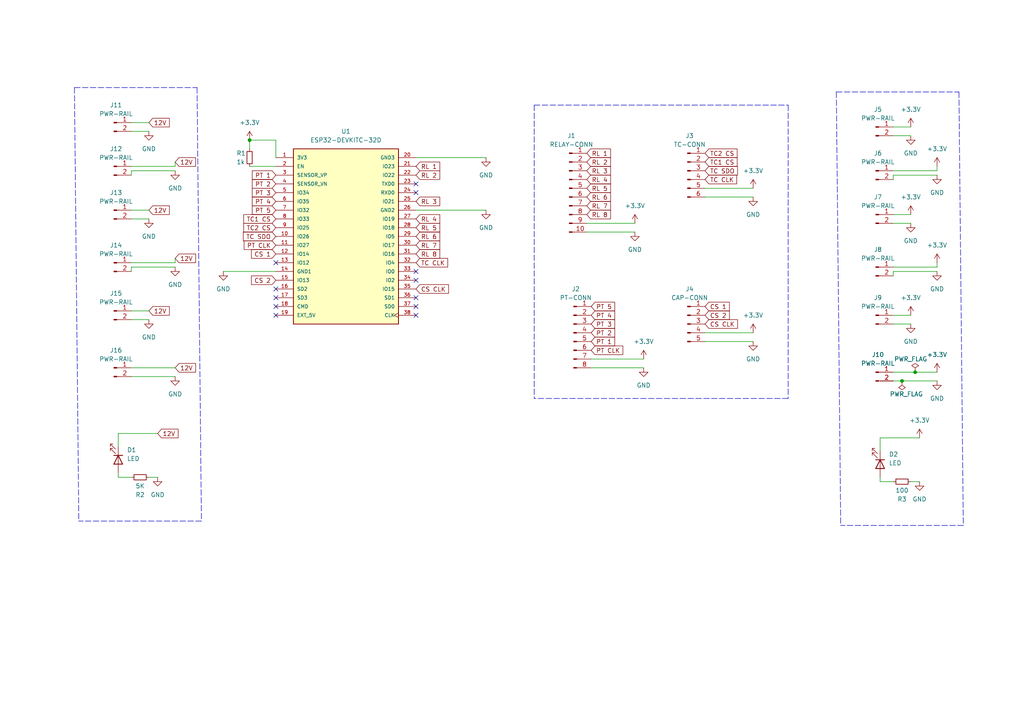
<source format=kicad_sch>
(kicad_sch (version 20211123) (generator eeschema)
  (paper "A4")
  (lib_symbols
    (symbol "Connector:Conn_01x02_Male" (pin_names (offset 1.016) hide)
      (property "Reference" "J" (at 0 2.54 0))
      (property "Value" "Conn_01x02_Male" (at 0 -5.08 0))
      (symbol "Conn_01x02_Male_1_1"
        (polyline (pts (xy 1.27 -2.54) (xy 0.8636 -2.54)) (stroke (width 0.1524)))
        (polyline (pts (xy 1.27 0) (xy 0.8636 0)) (stroke (width 0.1524)))
        (rectangle (start 0.8636 -2.413) (end 0 -2.667) (stroke (width 0.1524)) (fill (type outline)))
        (rectangle (start 0.8636 0.127) (end 0 -0.127) (stroke (width 0.1524)) (fill (type outline)))
        (pin passive line (at 5.08 0 180) (length 3.81) (name "Pin_1") (number "1"))
        (pin passive line (at 5.08 -2.54 180) (length 3.81) (name "Pin_2") (number "2"))
      )
    )
    (symbol "Connector:Conn_01x05_Male" (pin_names (offset 1.016) hide)
      (property "Reference" "J" (at 0 7.62 0))
      (property "Value" "Conn_01x05_Male" (at 0 -7.62 0))
      (symbol "Conn_01x05_Male_1_1"
        (polyline (pts (xy 1.27 -5.08) (xy 0.8636 -5.08)) (stroke (width 0.1524)))
        (polyline (pts (xy 1.27 -2.54) (xy 0.8636 -2.54)) (stroke (width 0.1524)))
        (polyline (pts (xy 1.27 0) (xy 0.8636 0)) (stroke (width 0.1524)))
        (polyline (pts (xy 1.27 2.54) (xy 0.8636 2.54)) (stroke (width 0.1524)))
        (polyline (pts (xy 1.27 5.08) (xy 0.8636 5.08)) (stroke (width 0.1524)))
        (rectangle (start 0.8636 -4.953) (end 0 -5.207) (stroke (width 0.1524)) (fill (type outline)))
        (rectangle (start 0.8636 -2.413) (end 0 -2.667) (stroke (width 0.1524)) (fill (type outline)))
        (rectangle (start 0.8636 0.127) (end 0 -0.127) (stroke (width 0.1524)) (fill (type outline)))
        (rectangle (start 0.8636 2.667) (end 0 2.413) (stroke (width 0.1524)) (fill (type outline)))
        (rectangle (start 0.8636 5.207) (end 0 4.953) (stroke (width 0.1524)) (fill (type outline)))
        (pin passive line (at 5.08 5.08 180) (length 3.81) (name "Pin_1") (number "1"))
        (pin passive line (at 5.08 2.54 180) (length 3.81) (name "Pin_2") (number "2"))
        (pin passive line (at 5.08 0 180) (length 3.81) (name "Pin_3") (number "3"))
        (pin passive line (at 5.08 -2.54 180) (length 3.81) (name "Pin_4") (number "4"))
        (pin passive line (at 5.08 -5.08 180) (length 3.81) (name "Pin_5") (number "5"))
      )
    )
    (symbol "Connector:Conn_01x06_Male" (pin_names (offset 1.016) hide)
      (property "Reference" "J" (at 0 7.62 0))
      (property "Value" "Conn_01x06_Male" (at 0 -10.16 0))
      (symbol "Conn_01x06_Male_1_1"
        (polyline (pts (xy 1.27 -7.62) (xy 0.8636 -7.62)) (stroke (width 0.1524)))
        (polyline (pts (xy 1.27 -5.08) (xy 0.8636 -5.08)) (stroke (width 0.1524)))
        (polyline (pts (xy 1.27 -2.54) (xy 0.8636 -2.54)) (stroke (width 0.1524)))
        (polyline (pts (xy 1.27 0) (xy 0.8636 0)) (stroke (width 0.1524)))
        (polyline (pts (xy 1.27 2.54) (xy 0.8636 2.54)) (stroke (width 0.1524)))
        (polyline (pts (xy 1.27 5.08) (xy 0.8636 5.08)) (stroke (width 0.1524)))
        (rectangle (start 0.8636 -7.493) (end 0 -7.747) (stroke (width 0.1524)) (fill (type outline)))
        (rectangle (start 0.8636 -4.953) (end 0 -5.207) (stroke (width 0.1524)) (fill (type outline)))
        (rectangle (start 0.8636 -2.413) (end 0 -2.667) (stroke (width 0.1524)) (fill (type outline)))
        (rectangle (start 0.8636 0.127) (end 0 -0.127) (stroke (width 0.1524)) (fill (type outline)))
        (rectangle (start 0.8636 2.667) (end 0 2.413) (stroke (width 0.1524)) (fill (type outline)))
        (rectangle (start 0.8636 5.207) (end 0 4.953) (stroke (width 0.1524)) (fill (type outline)))
        (pin passive line (at 5.08 5.08 180) (length 3.81) (name "Pin_1") (number "1"))
        (pin passive line (at 5.08 2.54 180) (length 3.81) (name "Pin_2") (number "2"))
        (pin passive line (at 5.08 0 180) (length 3.81) (name "Pin_3") (number "3"))
        (pin passive line (at 5.08 -2.54 180) (length 3.81) (name "Pin_4") (number "4"))
        (pin passive line (at 5.08 -5.08 180) (length 3.81) (name "Pin_5") (number "5"))
        (pin passive line (at 5.08 -7.62 180) (length 3.81) (name "Pin_6") (number "6"))
      )
    )
    (symbol "Connector:Conn_01x08_Male" (pin_names (offset 1.016) hide)
      (property "Reference" "J" (at 0 10.16 0))
      (property "Value" "Conn_01x08_Male" (at 0 -12.7 0))
      (symbol "Conn_01x08_Male_1_1"
        (polyline (pts (xy 1.27 -10.16) (xy 0.8636 -10.16)) (stroke (width 0.1524)))
        (polyline (pts (xy 1.27 -7.62) (xy 0.8636 -7.62)) (stroke (width 0.1524)))
        (polyline (pts (xy 1.27 -5.08) (xy 0.8636 -5.08)) (stroke (width 0.1524)))
        (polyline (pts (xy 1.27 -2.54) (xy 0.8636 -2.54)) (stroke (width 0.1524)))
        (polyline (pts (xy 1.27 0) (xy 0.8636 0)) (stroke (width 0.1524)))
        (polyline (pts (xy 1.27 2.54) (xy 0.8636 2.54)) (stroke (width 0.1524)))
        (polyline (pts (xy 1.27 5.08) (xy 0.8636 5.08)) (stroke (width 0.1524)))
        (polyline (pts (xy 1.27 7.62) (xy 0.8636 7.62)) (stroke (width 0.1524)))
        (rectangle (start 0.8636 -10.033) (end 0 -10.287) (stroke (width 0.1524)) (fill (type outline)))
        (rectangle (start 0.8636 -7.493) (end 0 -7.747) (stroke (width 0.1524)) (fill (type outline)))
        (rectangle (start 0.8636 -4.953) (end 0 -5.207) (stroke (width 0.1524)) (fill (type outline)))
        (rectangle (start 0.8636 -2.413) (end 0 -2.667) (stroke (width 0.1524)) (fill (type outline)))
        (rectangle (start 0.8636 0.127) (end 0 -0.127) (stroke (width 0.1524)) (fill (type outline)))
        (rectangle (start 0.8636 2.667) (end 0 2.413) (stroke (width 0.1524)) (fill (type outline)))
        (rectangle (start 0.8636 5.207) (end 0 4.953) (stroke (width 0.1524)) (fill (type outline)))
        (rectangle (start 0.8636 7.747) (end 0 7.493) (stroke (width 0.1524)) (fill (type outline)))
        (pin passive line (at 5.08 7.62 180) (length 3.81) (name "Pin_1") (number "1"))
        (pin passive line (at 5.08 5.08 180) (length 3.81) (name "Pin_2") (number "2"))
        (pin passive line (at 5.08 2.54 180) (length 3.81) (name "Pin_3") (number "3"))
        (pin passive line (at 5.08 0 180) (length 3.81) (name "Pin_4") (number "4"))
        (pin passive line (at 5.08 -2.54 180) (length 3.81) (name "Pin_5") (number "5"))
        (pin passive line (at 5.08 -5.08 180) (length 3.81) (name "Pin_6") (number "6"))
        (pin passive line (at 5.08 -7.62 180) (length 3.81) (name "Pin_7") (number "7"))
        (pin passive line (at 5.08 -10.16 180) (length 3.81) (name "Pin_8") (number "8"))
      )
    )
    (symbol "Connector:Conn_01x10_Male" (pin_names (offset 1.016) hide)
      (property "Reference" "J" (at 0 12.7 0))
      (property "Value" "Conn_01x10_Male" (at 0 -15.24 0))
      (symbol "Conn_01x10_Male_1_1"
        (polyline (pts (xy 1.27 -12.7) (xy 0.8636 -12.7)) (stroke (width 0.1524)))
        (polyline (pts (xy 1.27 -10.16) (xy 0.8636 -10.16)) (stroke (width 0.1524)))
        (polyline (pts (xy 1.27 -7.62) (xy 0.8636 -7.62)) (stroke (width 0.1524)))
        (polyline (pts (xy 1.27 -5.08) (xy 0.8636 -5.08)) (stroke (width 0.1524)))
        (polyline (pts (xy 1.27 -2.54) (xy 0.8636 -2.54)) (stroke (width 0.1524)))
        (polyline (pts (xy 1.27 0) (xy 0.8636 0)) (stroke (width 0.1524)))
        (polyline (pts (xy 1.27 2.54) (xy 0.8636 2.54)) (stroke (width 0.1524)))
        (polyline (pts (xy 1.27 5.08) (xy 0.8636 5.08)) (stroke (width 0.1524)))
        (polyline (pts (xy 1.27 7.62) (xy 0.8636 7.62)) (stroke (width 0.1524)))
        (polyline (pts (xy 1.27 10.16) (xy 0.8636 10.16)) (stroke (width 0.1524)))
        (rectangle (start 0.8636 -12.573) (end 0 -12.827) (stroke (width 0.1524)) (fill (type outline)))
        (rectangle (start 0.8636 -10.033) (end 0 -10.287) (stroke (width 0.1524)) (fill (type outline)))
        (rectangle (start 0.8636 -7.493) (end 0 -7.747) (stroke (width 0.1524)) (fill (type outline)))
        (rectangle (start 0.8636 -4.953) (end 0 -5.207) (stroke (width 0.1524)) (fill (type outline)))
        (rectangle (start 0.8636 -2.413) (end 0 -2.667) (stroke (width 0.1524)) (fill (type outline)))
        (rectangle (start 0.8636 0.127) (end 0 -0.127) (stroke (width 0.1524)) (fill (type outline)))
        (rectangle (start 0.8636 2.667) (end 0 2.413) (stroke (width 0.1524)) (fill (type outline)))
        (rectangle (start 0.8636 5.207) (end 0 4.953) (stroke (width 0.1524)) (fill (type outline)))
        (rectangle (start 0.8636 7.747) (end 0 7.493) (stroke (width 0.1524)) (fill (type outline)))
        (rectangle (start 0.8636 10.287) (end 0 10.033) (stroke (width 0.1524)) (fill (type outline)))
        (pin passive line (at 5.08 10.16 180) (length 3.81) (name "Pin_1") (number "1"))
        (pin passive line (at 5.08 -12.7 180) (length 3.81) (name "Pin_10") (number "10"))
        (pin passive line (at 5.08 7.62 180) (length 3.81) (name "Pin_2") (number "2"))
        (pin passive line (at 5.08 5.08 180) (length 3.81) (name "Pin_3") (number "3"))
        (pin passive line (at 5.08 2.54 180) (length 3.81) (name "Pin_4") (number "4"))
        (pin passive line (at 5.08 0 180) (length 3.81) (name "Pin_5") (number "5"))
        (pin passive line (at 5.08 -2.54 180) (length 3.81) (name "Pin_6") (number "6"))
        (pin passive line (at 5.08 -5.08 180) (length 3.81) (name "Pin_7") (number "7"))
        (pin passive line (at 5.08 -7.62 180) (length 3.81) (name "Pin_8") (number "8"))
        (pin passive line (at 5.08 -10.16 180) (length 3.81) (name "Pin_9") (number "9"))
      )
    )
    (symbol "Device:LED" (pin_numbers hide) (pin_names (offset 1.016) hide)
      (property "Reference" "D" (at 0 2.54 0))
      (property "Value" "LED" (at 0 -2.54 0))
      (symbol "LED_0_1"
        (polyline (pts (xy -1.27 -1.27) (xy -1.27 1.27)) (stroke (width 0.254)))
        (polyline (pts (xy -1.27 0) (xy 1.27 0)))
        (polyline (pts (xy 1.27 -1.27) (xy 1.27 1.27) (xy -1.27 0) (xy 1.27 -1.27)) (stroke (width 0.254)))
        (polyline (pts (xy -3.048 -0.762) (xy -4.572 -2.286) (xy -3.81 -2.286) (xy -4.572 -2.286) (xy -4.572 -1.524)))
        (polyline (pts (xy -1.778 -0.762) (xy -3.302 -2.286) (xy -2.54 -2.286) (xy -3.302 -2.286) (xy -3.302 -1.524)))
      )
      (symbol "LED_1_1"
        (pin passive line (at -3.81 0 0) (length 2.54) (name "K") (number "1"))
        (pin passive line (at 3.81 0 180) (length 2.54) (name "A") (number "2"))
      )
    )
    (symbol "Device:R_Small" (pin_numbers hide) (pin_names (offset 0.254) hide)
      (property "Reference" "R" (at 0.762 0.508 0))
      (property "Value" "R_Small" (at 0.762 -1.016 0))
      (symbol "R_Small_0_1"
        (rectangle (start -0.762 1.778) (end 0.762 -1.778) (stroke (width 0.2032)))
      )
      (symbol "R_Small_1_1"
        (pin passive line (at 0 2.54 270) (length 0.762) (name "~") (number "1"))
        (pin passive line (at 0 -2.54 90) (length 0.762) (name "~") (number "2"))
      )
    )
    (symbol "esp32-ellie:ESP32-DEVKITC-32D" (pin_names (offset 1.016))
      (property "Reference" "U" (at -15.2654 26.0604 0))
      (property "Value" "ESP32-DEVKITC-32D" (at -15.2654 -27.9654 0))
      (symbol "ESP32-DEVKITC-32D_0_0"
        (rectangle (start -15.24 -25.4) (end 15.24 25.4) (stroke (width 0.254)) (fill (type background)))
        (pin power_in line (at -20.32 22.86 0) (length 5.08) (name "3V3") (number "1"))
        (pin bidirectional line (at -20.32 0 0) (length 5.08) (name "IO26") (number "10"))
        (pin bidirectional line (at -20.32 -2.54 0) (length 5.08) (name "IO27") (number "11"))
        (pin bidirectional line (at -20.32 -5.08 0) (length 5.08) (name "IO14") (number "12"))
        (pin bidirectional line (at -20.32 -7.62 0) (length 5.08) (name "IO12") (number "13"))
        (pin power_in line (at -20.32 -10.16 0) (length 5.08) (name "GND1") (number "14"))
        (pin bidirectional line (at -20.32 -12.7 0) (length 5.08) (name "IO13") (number "15"))
        (pin bidirectional line (at -20.32 -15.24 0) (length 5.08) (name "SD2") (number "16"))
        (pin bidirectional line (at -20.32 -17.78 0) (length 5.08) (name "SD3") (number "17"))
        (pin bidirectional line (at -20.32 -20.32 0) (length 5.08) (name "CMD") (number "18"))
        (pin power_in line (at -20.32 -22.86 0) (length 5.08) (name "EXT_5V") (number "19"))
        (pin input line (at -20.32 20.32 0) (length 5.08) (name "EN") (number "2"))
        (pin power_in line (at 20.32 22.86 180) (length 5.08) (name "GND3") (number "20"))
        (pin bidirectional line (at 20.32 20.32 180) (length 5.08) (name "IO23") (number "21"))
        (pin bidirectional line (at 20.32 17.78 180) (length 5.08) (name "IO22") (number "22"))
        (pin output line (at 20.32 15.24 180) (length 5.08) (name "TXD0") (number "23"))
        (pin input line (at 20.32 12.7 180) (length 5.08) (name "RXD0") (number "24"))
        (pin bidirectional line (at 20.32 10.16 180) (length 5.08) (name "IO21") (number "25"))
        (pin power_in line (at 20.32 7.62 180) (length 5.08) (name "GND2") (number "26"))
        (pin bidirectional line (at 20.32 5.08 180) (length 5.08) (name "IO19") (number "27"))
        (pin bidirectional line (at 20.32 2.54 180) (length 5.08) (name "IO18") (number "28"))
        (pin bidirectional line (at 20.32 0 180) (length 5.08) (name "IO5") (number "29"))
        (pin input line (at -20.32 17.78 0) (length 5.08) (name "SENSOR_VP") (number "3"))
        (pin bidirectional line (at 20.32 -2.54 180) (length 5.08) (name "IO17") (number "30"))
        (pin bidirectional line (at 20.32 -5.08 180) (length 5.08) (name "IO16") (number "31"))
        (pin bidirectional line (at 20.32 -7.62 180) (length 5.08) (name "IO4") (number "32"))
        (pin bidirectional line (at 20.32 -10.16 180) (length 5.08) (name "IO0") (number "33"))
        (pin bidirectional line (at 20.32 -12.7 180) (length 5.08) (name "IO2") (number "34"))
        (pin bidirectional line (at 20.32 -15.24 180) (length 5.08) (name "IO15") (number "35"))
        (pin bidirectional line (at 20.32 -17.78 180) (length 5.08) (name "SD1") (number "36"))
        (pin bidirectional line (at 20.32 -20.32 180) (length 5.08) (name "SD0") (number "37"))
        (pin input clock (at 20.32 -22.86 180) (length 5.08) (name "CLK") (number "38"))
        (pin input line (at -20.32 15.24 0) (length 5.08) (name "SENSOR_VN") (number "4"))
        (pin bidirectional line (at -20.32 12.7 0) (length 5.08) (name "IO34") (number "5"))
        (pin bidirectional line (at -20.32 10.16 0) (length 5.08) (name "IO35") (number "6"))
        (pin bidirectional line (at -20.32 7.62 0) (length 5.08) (name "IO32") (number "7"))
        (pin bidirectional line (at -20.32 5.08 0) (length 5.08) (name "IO33") (number "8"))
        (pin bidirectional line (at -20.32 2.54 0) (length 5.08) (name "IO25") (number "9"))
      )
    )
    (symbol "power:+3.3V" (power) (pin_names (offset 0))
      (property "Value" "+3.3V" (at 0 3.556 0))
      (symbol "+3.3V_0_1"
        (polyline (pts (xy -0.762 1.27) (xy 0 2.54)))
        (polyline (pts (xy 0 0) (xy 0 2.54)))
        (polyline (pts (xy 0 2.54) (xy 0.762 1.27)))
      )
      (symbol "+3.3V_1_1"
        (pin power_in line (at 0 0 90) (length 0) hide (name "+3.3V") (number "1"))
      )
    )
    (symbol "power:GND" (power) (pin_names (offset 0))
      (property "Value" "GND" (at 0 -3.81 0))
      (symbol "GND_0_1"
        (polyline (pts (xy 0 0) (xy 0 -1.27) (xy 1.27 -1.27) (xy 0 -2.54) (xy -1.27 -1.27) (xy 0 -1.27)))
      )
      (symbol "GND_1_1"
        (pin power_in line (at 0 0 270) (length 0) hide (name "GND") (number "1"))
      )
    )
    (symbol "power:PWR_FLAG" (power) (pin_numbers hide) (pin_names (offset 0) hide)
      (property "Value" "PWR_FLAG" (at 0 3.81 0))
      (symbol "PWR_FLAG_0_0"
        (pin power_out line (at 0 0 90) (length 0) (name "pwr") (number "1"))
      )
      (symbol "PWR_FLAG_0_1"
        (polyline (pts (xy 0 0) (xy 0 1.27) (xy -1.016 1.905) (xy 0 2.54) (xy 1.016 1.905) (xy 0 1.27)))
      )
    )
  )
  (junction (at 265.43 107.95))
  (junction (at 72.39 40.64))
  (junction (at 261.62 110.49))
  (no_connect (at 120.65 88.9))
  (no_connect (at 120.65 91.44))
  (no_connect (at 120.65 86.36))
  (no_connect (at 80.01 88.9))
  (no_connect (at 80.01 86.36))
  (no_connect (at 80.01 83.82))
  (no_connect (at 80.01 76.2))
  (no_connect (at 80.01 91.44))
  (no_connect (at 120.65 55.88))
  (no_connect (at 120.65 53.34))
  (no_connect (at 120.65 78.74))
  (no_connect (at 120.65 81.28))
  (wire (pts (xy 80.01 40.64) (xy 72.39 40.64)))
  (wire (pts (xy 171.45 106.68) (xy 186.69 106.68)))
  (wire (pts (xy 38.1 106.68) (xy 50.8 106.68)))
  (polyline (pts (xy 21.59 25.4) (xy 57.15 25.4)))
  (wire (pts (xy 80.01 45.72) (xy 80.01 40.64)))
  (wire (pts (xy 259.08 77.47) (xy 271.78 77.47)))
  (wire (pts (xy 271.78 78.74) (xy 259.08 78.74)))
  (wire (pts (xy 204.47 54.61) (xy 218.44 54.61)))
  (wire (pts (xy 255.27 127) (xy 266.7 127)))
  (wire (pts (xy 170.18 67.31) (xy 184.15 67.31)))
  (wire (pts (xy 50.8 77.47) (xy 38.1 77.47)))
  (wire (pts (xy 271.78 77.47) (xy 271.78 76.2)))
  (wire (pts (xy 38.1 92.71) (xy 43.18 92.71)))
  (wire (pts (xy 259.08 64.77) (xy 264.16 64.77)))
  (polyline (pts (xy 228.6 30.48) (xy 228.6 115.57)))
  (wire (pts (xy 38.1 60.96) (xy 43.18 60.96)))
  (polyline (pts (xy 242.57 26.67) (xy 278.13 26.67)))
  (wire (pts (xy 50.8 48.26) (xy 50.8 46.99)))
  (wire (pts (xy 271.78 49.53) (xy 271.78 48.26)))
  (wire (pts (xy 120.65 45.72) (xy 140.97 45.72)))
  (wire (pts (xy 259.08 110.49) (xy 261.62 110.49)))
  (wire (pts (xy 38.1 109.22) (xy 50.8 109.22)))
  (polyline (pts (xy 279.4 152.4) (xy 243.84 152.4)))
  (wire (pts (xy 34.29 125.73) (xy 45.72 125.73)))
  (wire (pts (xy 259.08 50.8) (xy 259.08 52.07)))
  (wire (pts (xy 170.18 64.77) (xy 184.15 64.77)))
  (wire (pts (xy 38.1 90.17) (xy 43.18 90.17)))
  (wire (pts (xy 64.77 78.74) (xy 80.01 78.74)))
  (polyline (pts (xy 154.94 30.48) (xy 154.94 115.57)))
  (wire (pts (xy 204.47 57.15) (xy 218.44 57.15)))
  (wire (pts (xy 34.29 137.16) (xy 34.29 138.43)))
  (wire (pts (xy 204.47 96.52) (xy 218.44 96.52)))
  (wire (pts (xy 34.29 138.43) (xy 38.1 138.43)))
  (wire (pts (xy 38.1 76.2) (xy 50.8 76.2)))
  (wire (pts (xy 72.39 48.26) (xy 80.01 48.26)))
  (wire (pts (xy 120.65 60.96) (xy 140.97 60.96)))
  (wire (pts (xy 43.18 138.43) (xy 45.72 138.43)))
  (polyline (pts (xy 58.42 151.13) (xy 22.86 151.13)))
  (polyline (pts (xy 228.6 115.57) (xy 154.94 115.57)))
  (wire (pts (xy 271.78 50.8) (xy 259.08 50.8)))
  (wire (pts (xy 50.8 49.53) (xy 38.1 49.53)))
  (wire (pts (xy 204.47 99.06) (xy 218.44 99.06)))
  (wire (pts (xy 255.27 138.43) (xy 255.27 139.7)))
  (wire (pts (xy 259.08 36.83) (xy 264.16 36.83)))
  (wire (pts (xy 38.1 48.26) (xy 50.8 48.26)))
  (wire (pts (xy 259.08 49.53) (xy 271.78 49.53)))
  (wire (pts (xy 259.08 107.95) (xy 265.43 107.95)))
  (wire (pts (xy 259.08 93.98) (xy 264.16 93.98)))
  (wire (pts (xy 34.29 129.54) (xy 34.29 125.73)))
  (wire (pts (xy 264.16 139.7) (xy 266.7 139.7)))
  (wire (pts (xy 50.8 76.2) (xy 50.8 74.93)))
  (wire (pts (xy 255.27 130.81) (xy 255.27 127)))
  (wire (pts (xy 38.1 35.56) (xy 43.18 35.56)))
  (wire (pts (xy 171.45 104.14) (xy 186.69 104.14)))
  (wire (pts (xy 38.1 63.5) (xy 43.18 63.5)))
  (polyline (pts (xy 57.15 25.4) (xy 58.42 151.13)))
  (polyline (pts (xy 278.13 26.67) (xy 279.4 152.4)))
  (wire (pts (xy 72.39 40.64) (xy 72.39 43.18)))
  (wire (pts (xy 255.27 139.7) (xy 259.08 139.7)))
  (wire (pts (xy 259.08 62.23) (xy 264.16 62.23)))
  (wire (pts (xy 265.43 107.95) (xy 271.78 107.95)))
  (polyline (pts (xy 21.59 25.4) (xy 22.86 151.13)))
  (wire (pts (xy 259.08 91.44) (xy 264.16 91.44)))
  (wire (pts (xy 38.1 77.47) (xy 38.1 78.74)))
  (wire (pts (xy 259.08 78.74) (xy 259.08 80.01)))
  (wire (pts (xy 38.1 38.1) (xy 43.18 38.1)))
  (polyline (pts (xy 242.57 26.67) (xy 243.84 152.4)))
  (wire (pts (xy 38.1 49.53) (xy 38.1 50.8)))
  (wire (pts (xy 261.62 110.49) (xy 271.78 110.49)))
  (polyline (pts (xy 154.94 30.48) (xy 228.6 30.48)))
  (wire (pts (xy 259.08 39.37) (xy 264.16 39.37)))
  (global_label "RL 4" (shape input) (at 170.18 52.07 0) (property "Intersheet References" "${INTERSHEET_REFS}" (effects hide)))
  (global_label "TC SDO" (shape input) (at 204.47 49.53 0) (property "Intersheet References" "${INTERSHEET_REFS}" (effects hide)))
  (global_label "PT 3" (shape input) (at 171.45 93.98 0) (property "Intersheet References" "${INTERSHEET_REFS}" (effects hide)))
  (global_label "CS 1" (shape input) (at 80.01 73.66 180) (property "Intersheet References" "${INTERSHEET_REFS}" (effects hide)))
  (global_label "PT 5" (shape input) (at 171.45 88.9 0) (property "Intersheet References" "${INTERSHEET_REFS}" (effects hide)))
  (global_label "RL 3" (shape input) (at 170.18 49.53 0) (property "Intersheet References" "${INTERSHEET_REFS}" (effects hide)))
  (global_label "RL 1" (shape input) (at 120.65 48.26 0) (property "Intersheet References" "${INTERSHEET_REFS}" (effects hide)))
  (global_label "RL 2" (shape input) (at 170.18 46.99 0) (property "Intersheet References" "${INTERSHEET_REFS}" (effects hide)))
  (global_label "RL 7" (shape input) (at 120.65 71.12 0) (property "Intersheet References" "${INTERSHEET_REFS}" (effects hide)))
  (global_label "TC CLK" (shape input) (at 204.47 52.07 0) (property "Intersheet References" "${INTERSHEET_REFS}" (effects hide)))
  (global_label "CS 2" (shape input) (at 80.01 81.28 180) (property "Intersheet References" "${INTERSHEET_REFS}" (effects hide)))
  (global_label "12V" (shape input) (at 45.72 125.73 0) (property "Intersheet References" "${INTERSHEET_REFS}" (effects hide)))
  (global_label "TC2 CS" (shape input) (at 80.01 66.04 180) (property "Intersheet References" "${INTERSHEET_REFS}" (effects hide)))
  (global_label "TC1 CS" (shape input) (at 204.47 46.99 0) (property "Intersheet References" "${INTERSHEET_REFS}" (effects hide)))
  (global_label "RL 8" (shape input) (at 170.18 62.23 0) (property "Intersheet References" "${INTERSHEET_REFS}" (effects hide)))
  (global_label "RL 6" (shape input) (at 170.18 57.15 0) (property "Intersheet References" "${INTERSHEET_REFS}" (effects hide)))
  (global_label "PT 3" (shape input) (at 80.01 55.88 180) (property "Intersheet References" "${INTERSHEET_REFS}" (effects hide)))
  (global_label "12V" (shape input) (at 43.18 90.17 0) (property "Intersheet References" "${INTERSHEET_REFS}" (effects hide)))
  (global_label "PT 5" (shape input) (at 80.01 60.96 180) (property "Intersheet References" "${INTERSHEET_REFS}" (effects hide)))
  (global_label "RL 1" (shape input) (at 170.18 44.45 0) (property "Intersheet References" "${INTERSHEET_REFS}" (effects hide)))
  (global_label "RL 2" (shape input) (at 120.65 50.8 0) (property "Intersheet References" "${INTERSHEET_REFS}" (effects hide)))
  (global_label "CS 2" (shape input) (at 204.47 91.44 0) (property "Intersheet References" "${INTERSHEET_REFS}" (effects hide)))
  (global_label "RL 6" (shape input) (at 120.65 68.58 0) (property "Intersheet References" "${INTERSHEET_REFS}" (effects hide)))
  (global_label "PT 2" (shape input) (at 171.45 96.52 0) (property "Intersheet References" "${INTERSHEET_REFS}" (effects hide)))
  (global_label "12V" (shape input) (at 50.8 106.68 0) (property "Intersheet References" "${INTERSHEET_REFS}" (effects hide)))
  (global_label "RL 4" (shape input) (at 120.65 63.5 0) (property "Intersheet References" "${INTERSHEET_REFS}" (effects hide)))
  (global_label "12V" (shape input) (at 50.8 74.93 0) (property "Intersheet References" "${INTERSHEET_REFS}" (effects hide)))
  (global_label "RL 5" (shape input) (at 120.65 66.04 0) (property "Intersheet References" "${INTERSHEET_REFS}" (effects hide)))
  (global_label "TC2 CS" (shape input) (at 204.47 44.45 0) (property "Intersheet References" "${INTERSHEET_REFS}" (effects hide)))
  (global_label "RL 8" (shape input) (at 120.65 73.66 0) (property "Intersheet References" "${INTERSHEET_REFS}" (effects hide)))
  (global_label "CS CLK" (shape input) (at 120.65 83.82 0) (property "Intersheet References" "${INTERSHEET_REFS}" (effects hide)))
  (global_label "TC SDO" (shape input) (at 80.01 68.58 180) (property "Intersheet References" "${INTERSHEET_REFS}" (effects hide)))
  (global_label "PT 4" (shape input) (at 80.01 58.42 180) (property "Intersheet References" "${INTERSHEET_REFS}" (effects hide)))
  (global_label "PT 2" (shape input) (at 80.01 53.34 180) (property "Intersheet References" "${INTERSHEET_REFS}" (effects hide)))
  (global_label "RL 3" (shape input) (at 120.65 58.42 0) (property "Intersheet References" "${INTERSHEET_REFS}" (effects hide)))
  (global_label "12V" (shape input) (at 50.8 46.99 0) (property "Intersheet References" "${INTERSHEET_REFS}" (effects hide)))
  (global_label "RL 5" (shape input) (at 170.18 54.61 0) (property "Intersheet References" "${INTERSHEET_REFS}" (effects hide)))
  (global_label "CS 1" (shape input) (at 204.47 88.9 0) (property "Intersheet References" "${INTERSHEET_REFS}" (effects hide)))
  (global_label "PT 1" (shape input) (at 171.45 99.06 0) (property "Intersheet References" "${INTERSHEET_REFS}" (effects hide)))
  (global_label "PT 4" (shape input) (at 171.45 91.44 0) (property "Intersheet References" "${INTERSHEET_REFS}" (effects hide)))
  (global_label "TC CLK" (shape input) (at 120.65 76.2 0) (property "Intersheet References" "${INTERSHEET_REFS}" (effects hide)))
  (global_label "PT CLK" (shape input) (at 80.01 71.12 180) (property "Intersheet References" "${INTERSHEET_REFS}" (effects hide)))
  (global_label "12V" (shape input) (at 43.18 60.96 0) (property "Intersheet References" "${INTERSHEET_REFS}" (effects hide)))
  (global_label "12V" (shape input) (at 43.18 35.56 0) (property "Intersheet References" "${INTERSHEET_REFS}" (effects hide)))
  (global_label "TC1 CS" (shape input) (at 80.01 63.5 180) (property "Intersheet References" "${INTERSHEET_REFS}" (effects hide)))
  (global_label "RL 7" (shape input) (at 170.18 59.69 0) (property "Intersheet References" "${INTERSHEET_REFS}" (effects hide)))
  (global_label "PT CLK" (shape input) (at 171.45 101.6 0) (property "Intersheet References" "${INTERSHEET_REFS}" (effects hide)))
  (global_label "CS CLK" (shape input) (at 204.47 93.98 0) (property "Intersheet References" "${INTERSHEET_REFS}" (effects hide)))
  (global_label "PT 1" (shape input) (at 80.01 50.8 180) (property "Intersheet References" "${INTERSHEET_REFS}" (effects hide)))
  (symbol (lib_id "power:+3.3V") (at 264.16 91.44 0) (unit 1)
    (property "Reference" "#PWR017" (effects hide))
    (property "Value" "+3.3V" (at 264.16 86.36 0))
  )
  (symbol (lib_id "power:PWR_FLAG") (at 261.62 110.49 180) (unit 1)
    (property "Reference" "#FLG0101" (effects hide))
    (property "Value" "PWR_FLAG" (at 262.89 114.3 0))
  )
  (symbol (lib_id "power:PWR_FLAG") (at 265.43 107.95 0) (unit 1)
    (property "Reference" "#FLG0102" (effects hide))
    (property "Value" "PWR_FLAG" (at 264.16 104.14 0))
  )
  (symbol (lib_id "power:+3.3V") (at 218.44 96.52 0) (unit 1)
    (property "Reference" "#PWR011" (effects hide))
    (property "Value" "+3.3V" (at 218.44 91.44 0))
  )
  (symbol (lib_id "power:+3.3V") (at 271.78 48.26 0) (unit 1)
    (property "Reference" "#PWR019" (effects hide))
    (property "Value" "+3.3V" (at 271.78 43.18 0))
  )
  (symbol (lib_id "Device:LED") (at 34.29 133.35 270) (unit 1)
    (property "Reference" "D1" (at 36.83 130.4924 90) (effects (justify left)))
    (property "Value" "LED" (at 36.83 133.0324 90) (effects (justify left)))
    (property "Footprint" "LED_THT:LED_D3.0mm" (effects hide))
  )
  (symbol (lib_id "power:GND") (at 43.18 92.71 0) (unit 1)
    (property "Reference" "#PWR027" (effects hide))
    (property "Value" "GND" (at 43.18 97.79 0))
  )
  (symbol (lib_id "Device:R_Small") (at 72.39 45.72 180) (unit 1)
    (property "Reference" "R1" (at 68.58 44.45 0) (effects (justify right)))
    (property "Value" "1k" (at 68.58 46.99 0) (effects (justify right)))
    (property "Footprint" "Resistor_SMD:R_0805_2012Metric_Pad1.20x1.40mm_HandSolder" (effects hide))
  )
  (symbol (lib_id "power:+3.3V") (at 271.78 76.2 0) (unit 1)
    (property "Reference" "#PWR021" (effects hide))
    (property "Value" "+3.3V" (at 271.78 71.12 0))
  )
  (symbol (lib_id "power:GND") (at 50.8 77.47 0) (unit 1)
    (property "Reference" "#PWR030" (effects hide))
    (property "Value" "GND" (at 50.8 82.55 0))
  )
  (symbol (lib_id "power:+3.3V") (at 186.69 104.14 0) (unit 1)
    (property "Reference" "#PWR07" (effects hide))
    (property "Value" "+3.3V" (at 186.69 99.06 0))
  )
  (symbol (lib_id "power:GND") (at 271.78 50.8 0) (unit 1)
    (property "Reference" "#PWR020" (effects hide))
    (property "Value" "GND" (at 271.78 55.88 0))
  )
  (symbol (lib_id "power:GND") (at 140.97 60.96 0) (unit 1)
    (property "Reference" "#PWR04" (effects hide))
    (property "Value" "GND" (at 140.97 66.04 0))
  )
  (symbol (lib_id "Connector:Conn_01x02_Male") (at 33.02 106.68 0) (unit 1)
    (property "Reference" "J16" (at 33.655 101.6 0))
    (property "Value" "PWR-RAIL" (at 33.655 104.14 0))
    (property "Footprint" "Connector_PinHeader_1.00mm:PinHeader_1x02_P1.00mm_Horizontal" (effects hide))
  )
  (symbol (lib_id "Connector:Conn_01x02_Male") (at 254 49.53 0) (unit 1)
    (property "Reference" "J6" (at 254.635 44.45 0))
    (property "Value" "PWR-RAIL" (at 254.635 46.99 0))
    (property "Footprint" "Connector_PinHeader_1.00mm:PinHeader_1x02_P1.00mm_Horizontal" (effects hide))
  )
  (symbol (lib_id "esp32-ellie:ESP32-DEVKITC-32D") (at 100.33 68.58 0) (unit 1)
    (property "Reference" "U1" (at 100.33 38.1 0))
    (property "Value" "ESP32-DEVKITC-32D" (at 100.33 40.64 0))
    (property "Footprint" "ellie:MODULE_ESP32-DEVKITC-32D" (effects hide))
    (property "MANUFACTURER" "Espressif Systems" (effects hide))
    (property "PARTREV" "4" (effects hide))
  )
  (symbol (lib_id "power:GND") (at 43.18 63.5 0) (unit 1)
    (property "Reference" "#PWR026" (effects hide))
    (property "Value" "GND" (at 43.18 68.58 0))
  )
  (symbol (lib_id "power:GND") (at 184.15 67.31 0) (unit 1)
    (property "Reference" "#PWR06" (effects hide))
    (property "Value" "GND" (at 184.15 72.39 0))
  )
  (symbol (lib_id "Device:R_Small") (at 40.64 138.43 270) (unit 1)
    (property "Reference" "R2" (at 40.64 143.51 90))
    (property "Value" "5K" (at 40.64 140.97 90))
    (property "Footprint" "Resistor_SMD:R_0805_2012Metric_Pad1.20x1.40mm_HandSolder" (effects hide))
  )
  (symbol (lib_id "power:+3.3V") (at 271.78 107.95 0) (unit 1)
    (property "Reference" "#PWR023" (effects hide))
    (property "Value" "+3.3V" (at 271.78 102.87 0))
  )
  (symbol (lib_id "power:GND") (at 50.8 109.22 0) (unit 1)
    (property "Reference" "#PWR031" (effects hide))
    (property "Value" "GND" (at 50.8 114.3 0))
  )
  (symbol (lib_id "Connector:Conn_01x05_Male") (at 199.39 93.98 0) (unit 1)
    (property "Reference" "J4" (at 200.025 83.82 0))
    (property "Value" "CAP-CONN" (at 200.025 86.36 0))
    (property "Footprint" "Connector_PinHeader_1.00mm:PinHeader_1x05_P1.00mm_Horizontal" (effects hide))
  )
  (symbol (lib_id "Connector:Conn_01x02_Male") (at 33.02 48.26 0) (unit 1)
    (property "Reference" "J12" (at 33.655 43.18 0))
    (property "Value" "PWR-RAIL" (at 33.655 45.72 0))
    (property "Footprint" "Connector_PinHeader_1.00mm:PinHeader_1x02_P1.00mm_Horizontal" (effects hide))
  )
  (symbol (lib_id "power:GND") (at 264.16 93.98 0) (unit 1)
    (property "Reference" "#PWR018" (effects hide))
    (property "Value" "GND" (at 264.16 99.06 0))
  )
  (symbol (lib_id "Connector:Conn_01x10_Male") (at 165.1 54.61 0) (unit 1)
    (property "Reference" "J1" (at 165.735 39.37 0))
    (property "Value" "RELAY-CONN" (at 165.735 41.91 0))
    (property "Footprint" "Connector_PinHeader_1.00mm:PinHeader_1x10_P1.00mm_Horizontal" (effects hide))
  )
  (symbol (lib_id "Connector:Conn_01x06_Male") (at 199.39 49.53 0) (unit 1)
    (property "Reference" "J3" (at 200.025 39.37 0))
    (property "Value" "TC-CONN" (at 200.025 41.91 0))
    (property "Footprint" "Connector_PinHeader_1.00mm:PinHeader_1x06_P1.00mm_Horizontal" (effects hide))
  )
  (symbol (lib_id "power:GND") (at 45.72 138.43 0) (unit 1)
    (property "Reference" "#PWR028" (effects hide))
    (property "Value" "GND" (at 45.72 143.51 0))
  )
  (symbol (lib_id "power:+3.3V") (at 264.16 36.83 0) (unit 1)
    (property "Reference" "#PWR013" (effects hide))
    (property "Value" "+3.3V" (at 264.16 31.75 0))
  )
  (symbol (lib_id "Device:R_Small") (at 261.62 139.7 270) (unit 1)
    (property "Reference" "R3" (at 261.62 144.78 90))
    (property "Value" "100" (at 261.62 142.24 90))
    (property "Footprint" "Resistor_SMD:R_0805_2012Metric_Pad1.20x1.40mm_HandSolder" (effects hide))
  )
  (symbol (lib_id "power:+3.3V") (at 72.39 40.64 0) (unit 1)
    (property "Reference" "#PWR02" (effects hide))
    (property "Value" "+3.3V" (at 72.39 35.56 0))
  )
  (symbol (lib_id "power:GND") (at 140.97 45.72 0) (unit 1)
    (property "Reference" "#PWR03" (effects hide))
    (property "Value" "GND" (at 140.97 50.8 0))
  )
  (symbol (lib_id "power:GND") (at 50.8 49.53 0) (unit 1)
    (property "Reference" "#PWR029" (effects hide))
    (property "Value" "GND" (at 50.8 54.61 0))
  )
  (symbol (lib_id "power:GND") (at 218.44 57.15 0) (unit 1)
    (property "Reference" "#PWR010" (effects hide))
    (property "Value" "GND" (at 218.44 62.23 0))
  )
  (symbol (lib_id "power:GND") (at 43.18 38.1 0) (unit 1)
    (property "Reference" "#PWR025" (effects hide))
    (property "Value" "GND" (at 43.18 43.18 0))
  )
  (symbol (lib_id "power:GND") (at 218.44 99.06 0) (unit 1)
    (property "Reference" "#PWR012" (effects hide))
    (property "Value" "GND" (at 218.44 104.14 0))
  )
  (symbol (lib_id "Connector:Conn_01x02_Male") (at 33.02 35.56 0) (unit 1)
    (property "Reference" "J11" (at 33.655 30.48 0))
    (property "Value" "PWR-RAIL" (at 33.655 33.02 0))
    (property "Footprint" "Connector_PinHeader_1.00mm:PinHeader_1x02_P1.00mm_Horizontal" (effects hide))
  )
  (symbol (lib_id "Device:LED") (at 255.27 134.62 270) (unit 1)
    (property "Reference" "D2" (at 257.81 131.7624 90) (effects (justify left)))
    (property "Value" "LED" (at 257.81 134.3024 90) (effects (justify left)))
    (property "Footprint" "LED_THT:LED_D3.0mm" (effects hide))
  )
  (symbol (lib_id "Connector:Conn_01x08_Male") (at 166.37 96.52 0) (unit 1)
    (property "Reference" "J2" (at 167.005 83.82 0))
    (property "Value" "PT-CONN" (at 167.005 86.36 0))
    (property "Footprint" "Connector_PinHeader_1.00mm:PinHeader_1x09_P1.00mm_Horizontal" (effects hide))
  )
  (symbol (lib_id "power:GND") (at 266.7 139.7 0) (unit 1)
    (property "Reference" "#PWR040" (effects hide))
    (property "Value" "GND" (at 266.7 144.78 0))
  )
  (symbol (lib_id "power:+3.3V") (at 266.7 127 0) (unit 1)
    (property "Reference" "#PWR039" (effects hide))
    (property "Value" "+3.3V" (at 266.7 121.92 0))
  )
  (symbol (lib_id "power:GND") (at 264.16 64.77 0) (unit 1)
    (property "Reference" "#PWR016" (effects hide))
    (property "Value" "GND" (at 264.16 69.85 0))
  )
  (symbol (lib_id "Connector:Conn_01x02_Male") (at 254 62.23 0) (unit 1)
    (property "Reference" "J7" (at 254.635 57.15 0))
    (property "Value" "PWR-RAIL" (at 254.635 59.69 0))
    (property "Footprint" "Connector_PinHeader_1.00mm:PinHeader_1x02_P1.00mm_Horizontal" (effects hide))
  )
  (symbol (lib_id "power:GND") (at 64.77 78.74 0) (unit 1)
    (property "Reference" "#PWR01" (effects hide))
    (property "Value" "GND" (at 64.77 83.82 0))
  )
  (symbol (lib_id "Connector:Conn_01x02_Male") (at 254 91.44 0) (unit 1)
    (property "Reference" "J9" (at 254.635 86.36 0))
    (property "Value" "PWR-RAIL" (at 254.635 88.9 0))
    (property "Footprint" "Connector_PinHeader_1.00mm:PinHeader_1x02_P1.00mm_Horizontal" (effects hide))
  )
  (symbol (lib_id "power:+3.3V") (at 218.44 54.61 0) (unit 1)
    (property "Reference" "#PWR09" (effects hide))
    (property "Value" "+3.3V" (at 218.44 49.53 0))
  )
  (symbol (lib_id "Connector:Conn_01x02_Male") (at 33.02 90.17 0) (unit 1)
    (property "Reference" "J15" (at 33.655 85.09 0))
    (property "Value" "PWR-RAIL" (at 33.655 87.63 0))
    (property "Footprint" "Connector_PinHeader_1.00mm:PinHeader_1x02_P1.00mm_Horizontal" (effects hide))
  )
  (symbol (lib_id "Connector:Conn_01x02_Male") (at 254 77.47 0) (unit 1)
    (property "Reference" "J8" (at 254.635 72.39 0))
    (property "Value" "PWR-RAIL" (at 254.635 74.93 0))
    (property "Footprint" "Connector_PinHeader_1.00mm:PinHeader_1x02_P1.00mm_Horizontal" (effects hide))
  )
  (symbol (lib_id "power:GND") (at 264.16 39.37 0) (unit 1)
    (property "Reference" "#PWR014" (effects hide))
    (property "Value" "GND" (at 264.16 44.45 0))
  )
  (symbol (lib_id "power:+3.3V") (at 264.16 62.23 0) (unit 1)
    (property "Reference" "#PWR015" (effects hide))
    (property "Value" "+3.3V" (at 264.16 57.15 0))
  )
  (symbol (lib_id "Connector:Conn_01x02_Male") (at 33.02 60.96 0) (unit 1)
    (property "Reference" "J13" (at 33.655 55.88 0))
    (property "Value" "PWR-RAIL" (at 33.655 58.42 0))
    (property "Footprint" "Connector_PinHeader_1.00mm:PinHeader_1x02_P1.00mm_Horizontal" (effects hide))
  )
  (symbol (lib_id "power:GND") (at 186.69 106.68 0) (unit 1)
    (property "Reference" "#PWR08" (effects hide))
    (property "Value" "GND" (at 186.69 111.76 0))
  )
  (symbol (lib_id "power:GND") (at 271.78 78.74 0) (unit 1)
    (property "Reference" "#PWR022" (effects hide))
    (property "Value" "GND" (at 271.78 83.82 0))
  )
  (symbol (lib_id "power:GND") (at 271.78 110.49 0) (unit 1)
    (property "Reference" "#PWR024" (effects hide))
    (property "Value" "GND" (at 271.78 115.57 0))
  )
  (symbol (lib_id "Connector:Conn_01x02_Male") (at 33.02 76.2 0) (unit 1)
    (property "Reference" "J14" (at 33.655 71.12 0))
    (property "Value" "PWR-RAIL" (at 33.655 73.66 0))
    (property "Footprint" "Connector_PinHeader_1.00mm:PinHeader_1x02_P1.00mm_Horizontal" (effects hide))
  )
  (symbol (lib_id "power:+3.3V") (at 184.15 64.77 0) (unit 1)
    (property "Reference" "#PWR05" (effects hide))
    (property "Value" "+3.3V" (at 184.15 59.69 0))
  )
  (symbol (lib_id "Connector:Conn_01x02_Male") (at 254 107.95 0) (unit 1)
    (property "Reference" "J10" (at 254.635 102.87 0))
    (property "Value" "PWR-RAIL" (at 254.635 105.41 0))
    (property "Footprint" "Connector_PinHeader_1.00mm:PinHeader_1x02_P1.00mm_Horizontal" (effects hide))
  )
  (symbol (lib_id "Connector:Conn_01x02_Male") (at 254 36.83 0) (unit 1)
    (property "Reference" "J5" (at 254.635 31.75 0))
    (property "Value" "PWR-RAIL" (at 254.635 34.29 0))
    (property "Footprint" "Connector_PinHeader_1.00mm:PinHeader_1x02_P1.00mm_Horizontal" (effects hide))
  )
)
</source>
